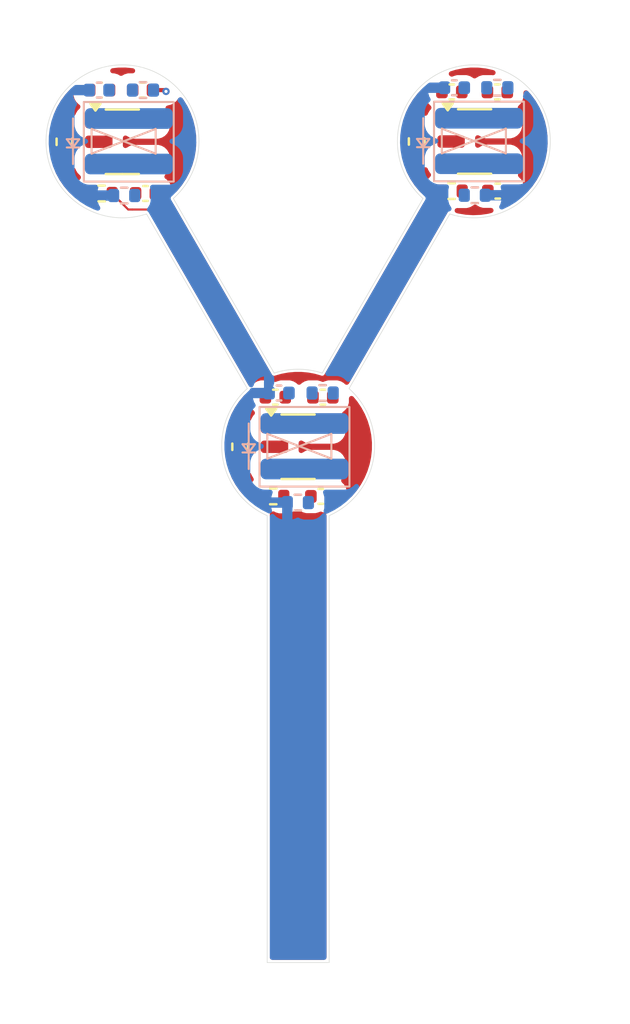
<source format=kicad_pcb>
(kicad_pcb (version 20240108) (generator "pcbnew") (generator_version "8.0")
  (layers (0 "F.Cu" signal) (31 "B.Cu" signal) (34 "B.Paste" user) (35 "F.Paste" user) (36 "B.SilkS" user "B.Silkscreen") (37 "F.SilkS" user "F.Silkscreen") (38 "B.Mask" user) (39 "F.Mask" user) (44 "Edge.Cuts" user))
  (net 0 "")
  (net 1 "GND")
  (net 2 "Net-(D1-K)")
  (net 3 "Net-(D1-A)")
  (net 4 "/sipm_tia1/V+")
  (net 5 "Net-(C3-Pad2)")
  (net 6 "/sipm_tia1/V-")
  (net 7 "Net-(D2-K)")
  (net 8 "Net-(D2-A)")
  (net 9 "Net-(C7-Pad2)")
  (net 10 "Net-(D3-K)")
  (net 11 "Net-(D3-A)")
  (net 12 "Net-(C11-Pad2)")
  (net 13 "/sipm_tia1/VBIAS")
  (net 14 "/sipm_tia2/VOUT")
  (net 15 "/sipm_tia1/VOUT")
  (net 16 "/sipm_tia3/VOUT")
  (footprint "Resistor_SMD:R_0402_1005Metric" (layer "F.Cu") (at 143.7 81.3 -90)
    (property "Reference" "R12" (hide yes))
    (property "Value" "1k")
    (fp_line (start -0.153641 0.38) (end 0.153641 0.38) (stroke (width 0.12)) (layer "F.SilkS"))
    (fp_line (start -0.153641 -0.38) (end 0.153641 -0.38) (stroke (width 0.12)) (layer "F.SilkS"))
    (pad "1" smd roundrect (at -0.51 0 270) (size 0.54 0.64) (layers "F.Cu" "F.Paste" "F.Mask") (net 12 "Net-(C11-Pad2)"))
    (pad "2" smd roundrect (at 0.51 0 270) (size 0.54 0.64) (layers "F.Cu" "F.Paste" "F.Mask") (net 16 "/sipm_tia3/VOUT"))
  )
  (footprint "Capacitor_SMD:C_0402_1005Metric" (layer "F.Cu") (at 138.9782 64.048 180)
    (property "Reference" "C2" (hide yes))
    (property "Value" "0.1uF")
    (fp_line (start -0.107836 0.36) (end 0.107836 0.36) (stroke (width 0.12)) (layer "F.SilkS"))
    (fp_line (start -0.107836 -0.36) (end 0.107836 -0.36) (stroke (width 0.12)) (layer "F.SilkS"))
    (pad "1" smd roundrect (at -0.48 0 180) (size 0.56 0.62) (layers "F.Cu" "F.Paste" "F.Mask") (net 4 "/sipm_tia1/V+"))
    (pad "2" smd roundrect (at 0.48 0 180) (size 0.56 0.62) (layers "F.Cu" "F.Paste" "F.Mask") (net 1 "GND"))
  )
  (footprint "Resistor_SMD:R_0402_1005Metric" (layer "F.Cu") (at 152.2416 66.5339 -90)
    (property "Reference" "R8" (hide yes))
    (property "Value" "1k")
    (fp_line (start -0.153641 0.38) (end 0.153641 0.38) (stroke (width 0.12)) (layer "F.SilkS"))
    (fp_line (start -0.153641 -0.38) (end 0.153641 -0.38) (stroke (width 0.12)) (layer "F.SilkS"))
    (pad "1" smd roundrect (at -0.51 0 270) (size 0.54 0.64) (layers "F.Cu" "F.Paste" "F.Mask") (net 9 "Net-(C7-Pad2)"))
    (pad "2" smd roundrect (at 0.51 0 270) (size 0.54 0.64) (layers "F.Cu" "F.Paste" "F.Mask") (net 14 "/sipm_tia2/VOUT"))
  )
  (footprint "Capacitor_SMD:C_0402_1005Metric" (layer "F.Cu") (at 136.8982 64.048)
    (property "Reference" "C4" (hide yes))
    (property "Value" "0.1uF")
    (fp_line (start -0.107836 -0.36) (end 0.107836 -0.36) (stroke (width 0.12)) (layer "F.SilkS"))
    (fp_line (start -0.107836 0.36) (end 0.107836 0.36) (stroke (width 0.12)) (layer "F.SilkS"))
    (pad "1" smd roundrect (at -0.48 0) (size 0.56 0.62) (layers "F.Cu" "F.Paste" "F.Mask") (net 6 "/sipm_tia1/V-"))
    (pad "2" smd roundrect (at 0.48 0) (size 0.56 0.62) (layers "F.Cu" "F.Paste" "F.Mask") (net 1 "GND"))
  )
  (footprint "Package_TO_SOT_SMD:SOT-23-5" (layer "F.Cu") (at 155.0416 66.5339)
    (property "Reference" "U2" (hide yes))
    (property "Value" "OPA810xDBV")
    (fp_line (start 0 -1.56) (end -0.8 -1.56) (stroke (width 0.12)) (layer "F.SilkS"))
    (fp_line (start 0 -1.56) (end 0.8 -1.56) (stroke (width 0.12)) (layer "F.SilkS"))
    (fp_line (start 0 1.56) (end -0.8 1.56) (stroke (width 0.12)) (layer "F.SilkS"))
    (fp_line (start 0 1.56) (end 0.8 1.56) (stroke (width 0.12)) (layer "F.SilkS"))
    (fp_poly (pts (xy -1.3 -1.51) (xy -1.54 -1.84) (xy -1.06 -1.84) (xy -1.3 -1.51)) (stroke (width 0.12)) (fill solid) (layer "F.SilkS"))
    (pad "1" smd roundrect (at -1.1375 -0.95) (size 1.325 0.6) (layers "F.Cu" "F.Paste" "F.Mask") (net 9 "Net-(C7-Pad2)"))
    (pad "2" smd roundrect (at -1.1375 0) (size 1.325 0.6) (layers "F.Cu" "F.Paste" "F.Mask") (net 6 "/sipm_tia1/V-"))
    (pad "3" smd roundrect (at -1.1375 0.95) (size 1.325 0.6) (layers "F.Cu" "F.Paste" "F.Mask") (net 1 "GND"))
    (pad "4" smd roundrect (at 1.1375 0.95) (size 1.325 0.6) (layers "F.Cu" "F.Paste" "F.Mask") (net 8 "Net-(D2-A)"))
    (pad "5" smd roundrect (at 1.1375 -0.95) (size 1.325 0.6) (layers "F.Cu" "F.Paste" "F.Mask") (net 4 "/sipm_tia1/V+"))
  )
  (footprint "Package_TO_SOT_SMD:SOT-23-5" (layer "F.Cu") (at 146.5 81.3)
    (property "Reference" "U3" (hide yes))
    (property "Value" "OPA810xDBV")
    (fp_line (start 0 -1.56) (end -0.8 -1.56) (stroke (width 0.12)) (layer "F.SilkS"))
    (fp_line (start 0 -1.56) (end 0.8 -1.56) (stroke (width 0.12)) (layer "F.SilkS"))
    (fp_line (start 0 1.56) (end -0.8 1.56) (stroke (width 0.12)) (layer "F.SilkS"))
    (fp_line (start 0 1.56) (end 0.8 1.56) (stroke (width 0.12)) (layer "F.SilkS"))
    (fp_poly (pts (xy -1.3 -1.51) (xy -1.54 -1.84) (xy -1.06 -1.84) (xy -1.3 -1.51)) (stroke (width 0.12)) (fill solid) (layer "F.SilkS"))
    (pad "1" smd roundrect (at -1.1375 -0.95) (size 1.325 0.6) (layers "F.Cu" "F.Paste" "F.Mask") (net 12 "Net-(C11-Pad2)"))
    (pad "2" smd roundrect (at -1.1375 0) (size 1.325 0.6) (layers "F.Cu" "F.Paste" "F.Mask") (net 6 "/sipm_tia1/V-"))
    (pad "3" smd roundrect (at -1.1375 0.95) (size 1.325 0.6) (layers "F.Cu" "F.Paste" "F.Mask") (net 1 "GND"))
    (pad "4" smd roundrect (at 1.1375 0.95) (size 1.325 0.6) (layers "F.Cu" "F.Paste" "F.Mask") (net 11 "Net-(D3-A)"))
    (pad "5" smd roundrect (at 1.1375 -0.95) (size 1.325 0.6) (layers "F.Cu" "F.Paste" "F.Mask") (net 4 "/sipm_tia1/V+"))
  )
  (footprint "Resistor_SMD:R_0402_1005Metric" (layer "F.Cu") (at 136.9982 69.048 180)
    (property "Reference" "R3" (hide yes))
    (property "Value" "1k")
    (fp_line (start -0.153641 0.38) (end 0.153641 0.38) (stroke (width 0.12)) (layer "F.SilkS"))
    (fp_line (start -0.153641 -0.38) (end 0.153641 -0.38) (stroke (width 0.12)) (layer "F.SilkS"))
    (pad "1" smd roundrect (at -0.51 0 180) (size 0.54 0.64) (layers "F.Cu" "F.Paste" "F.Mask") (net 3 "Net-(D1-A)"))
    (pad "2" smd roundrect (at 0.51 0 180) (size 0.54 0.64) (layers "F.Cu" "F.Paste" "F.Mask") (net 5 "Net-(C3-Pad2)"))
  )
  (footprint "Capacitor_SMD:C_0402_1005Metric" (layer "F.Cu") (at 156.1416 64.1339)
    (property "Reference" "C6" (hide yes))
    (property "Value" "0.1uF")
    (fp_line (start -0.107836 -0.36) (end 0.107836 -0.36) (stroke (width 0.12)) (layer "F.SilkS"))
    (fp_line (start -0.107836 0.36) (end 0.107836 0.36) (stroke (width 0.12)) (layer "F.SilkS"))
    (pad "1" smd roundrect (at -0.48 0) (size 0.56 0.62) (layers "F.Cu" "F.Paste" "F.Mask") (net 4 "/sipm_tia1/V+"))
    (pad "2" smd roundrect (at 0.48 0) (size 0.56 0.62) (layers "F.Cu" "F.Paste" "F.Mask") (net 1 "GND"))
  )
  (footprint "Capacitor_SMD:C_0402_1005Metric" (layer "F.Cu") (at 153.9416 64.1339)
    (property "Reference" "C8" (hide yes))
    (property "Value" "0.1uF")
    (fp_line (start -0.107836 -0.36) (end 0.107836 -0.36) (stroke (width 0.12)) (layer "F.SilkS"))
    (fp_line (start -0.107836 0.36) (end 0.107836 0.36) (stroke (width 0.12)) (layer "F.SilkS"))
    (pad "1" smd roundrect (at -0.48 0) (size 0.56 0.62) (layers "F.Cu" "F.Paste" "F.Mask") (net 6 "/sipm_tia1/V-"))
    (pad "2" smd roundrect (at 0.48 0) (size 0.56 0.62) (layers "F.Cu" "F.Paste" "F.Mask") (net 1 "GND"))
  )
  (footprint "Capacitor_SMD:C_0402_1005Metric" (layer "F.Cu") (at 147.6 83.7)
    (property "Reference" "C11" (hide yes))
    (property "Value" "0.1uF")
    (fp_line (start -0.107836 -0.36) (end 0.107836 -0.36) (stroke (width 0.12)) (layer "F.SilkS"))
    (fp_line (start -0.107836 0.36) (end 0.107836 0.36) (stroke (width 0.12)) (layer "F.SilkS"))
    (pad "1" smd roundrect (at -0.48 0) (size 0.56 0.62) (layers "F.Cu" "F.Paste" "F.Mask") (net 11 "Net-(D3-A)"))
    (pad "2" smd roundrect (at 0.48 0) (size 0.56 0.62) (layers "F.Cu" "F.Paste" "F.Mask") (net 12 "Net-(C11-Pad2)"))
  )
  (footprint "Capacitor_SMD:C_0402_1005Metric" (layer "F.Cu") (at 147.7 78.9)
    (property "Reference" "C10" (hide yes))
    (property "Value" "0.1uF")
    (fp_line (start -0.107836 -0.36) (end 0.107836 -0.36) (stroke (width 0.12)) (layer "F.SilkS"))
    (fp_line (start -0.107836 0.36) (end 0.107836 0.36) (stroke (width 0.12)) (layer "F.SilkS"))
    (pad "1" smd roundrect (at -0.48 0) (size 0.56 0.62) (layers "F.Cu" "F.Paste" "F.Mask") (net 4 "/sipm_tia1/V+"))
    (pad "2" smd roundrect (at 0.48 0) (size 0.56 0.62) (layers "F.Cu" "F.Paste" "F.Mask") (net 1 "GND"))
  )
  (footprint "Resistor_SMD:R_0402_1005Metric" (layer "F.Cu") (at 145.3 83.7)
    (property "Reference" "R11" (hide yes))
    (property "Value" "1k")
    (fp_line (start -0.153641 -0.38) (end 0.153641 -0.38) (stroke (width 0.12)) (layer "F.SilkS"))
    (fp_line (start -0.153641 0.38) (end 0.153641 0.38) (stroke (width 0.12)) (layer "F.SilkS"))
    (pad "1" smd roundrect (at -0.51 0) (size 0.54 0.64) (layers "F.Cu" "F.Paste" "F.Mask") (net 11 "Net-(D3-A)"))
    (pad "2" smd roundrect (at 0.51 0) (size 0.54 0.64) (layers "F.Cu" "F.Paste" "F.Mask") (net 12 "Net-(C11-Pad2)"))
  )
  (footprint "Capacitor_SMD:C_0402_1005Metric" (layer "F.Cu") (at 139.1182 69.048)
    (property "Reference" "C3" (hide yes))
    (property "Value" "0.1uF")
    (fp_line (start -0.107836 -0.36) (end 0.107836 -0.36) (stroke (width 0.12)) (layer "F.SilkS"))
    (fp_line (start -0.107836 0.36) (end 0.107836 0.36) (stroke (width 0.12)) (layer "F.SilkS"))
    (pad "1" smd roundrect (at -0.48 0) (size 0.56 0.62) (layers "F.Cu" "F.Paste" "F.Mask") (net 3 "Net-(D1-A)"))
    (pad "2" smd roundrect (at 0.48 0) (size 0.56 0.62) (layers "F.Cu" "F.Paste" "F.Mask") (net 5 "Net-(C3-Pad2)"))
  )
  (footprint "Resistor_SMD:R_0402_1005Metric" (layer "F.Cu") (at 153.9316 68.9339)
    (property "Reference" "R7" (hide yes))
    (property "Value" "1k")
    (fp_line (start -0.153641 -0.38) (end 0.153641 -0.38) (stroke (width 0.12)) (layer "F.SilkS"))
    (fp_line (start -0.153641 0.38) (end 0.153641 0.38) (stroke (width 0.12)) (layer "F.SilkS"))
    (pad "1" smd roundrect (at -0.51 0) (size 0.54 0.64) (layers "F.Cu" "F.Paste" "F.Mask") (net 8 "Net-(D2-A)"))
    (pad "2" smd roundrect (at 0.51 0) (size 0.54 0.64) (layers "F.Cu" "F.Paste" "F.Mask") (net 9 "Net-(C7-Pad2)"))
  )
  (footprint "Capacitor_SMD:C_0402_1005Metric" (layer "F.Cu") (at 156.1616 68.9339)
    (property "Reference" "C7" (hide yes))
    (property "Value" "0.1uF")
    (fp_line (start -0.107836 -0.36) (end 0.107836 -0.36) (stroke (width 0.12)) (layer "F.SilkS"))
    (fp_line (start -0.107836 0.36) (end 0.107836 0.36) (stroke (width 0.12)) (layer "F.SilkS"))
    (pad "1" smd roundrect (at -0.48 0) (size 0.56 0.62) (layers "F.Cu" "F.Paste" "F.Mask") (net 8 "Net-(D2-A)"))
    (pad "2" smd roundrect (at 0.48 0) (size 0.56 0.62) (layers "F.Cu" "F.Paste" "F.Mask") (net 9 "Net-(C7-Pad2)"))
  )
  (footprint "Capacitor_SMD:C_0402_1005Metric" (layer "F.Cu") (at 145.4 78.9)
    (property "Reference" "C12" (hide yes))
    (property "Value" "0.1uF")
    (fp_line (start -0.107836 -0.36) (end 0.107836 -0.36) (stroke (width 0.12)) (layer "F.SilkS"))
    (fp_line (start -0.107836 0.36) (end 0.107836 0.36) (stroke (width 0.12)) (layer "F.SilkS"))
    (pad "1" smd roundrect (at -0.48 0) (size 0.56 0.62) (layers "F.Cu" "F.Paste" "F.Mask") (net 6 "/sipm_tia1/V-"))
    (pad "2" smd roundrect (at 0.48 0) (size 0.56 0.62) (layers "F.Cu" "F.Paste" "F.Mask") (net 1 "GND"))
  )
  (footprint "Resistor_SMD:R_0402_1005Metric" (layer "F.Cu") (at 135.1982 66.548 -90)
    (property "Reference" "R4" (hide yes))
    (property "Value" "1k")
    (fp_line (start -0.153641 0.38) (end 0.153641 0.38) (stroke (width 0.12)) (layer "F.SilkS"))
    (fp_line (start -0.153641 -0.38) (end 0.153641 -0.38) (stroke (width 0.12)) (layer "F.SilkS"))
    (pad "1" smd roundrect (at -0.51 0 270) (size 0.54 0.64) (layers "F.Cu" "F.Paste" "F.Mask") (net 5 "Net-(C3-Pad2)"))
    (pad "2" smd roundrect (at 0.51 0 270) (size 0.54 0.64) (layers "F.Cu" "F.Paste" "F.Mask") (net 15 "/sipm_tia1/VOUT"))
  )
  (footprint "Package_TO_SOT_SMD:SOT-23-5" (layer "F.Cu") (at 137.9982 66.548)
    (property "Reference" "U1" (hide yes))
    (property "Value" "OPA810xDBV")
    (fp_line (start 0 -1.56) (end -0.8 -1.56) (stroke (width 0.12)) (layer "F.SilkS"))
    (fp_line (start 0 -1.56) (end 0.8 -1.56) (stroke (width 0.12)) (layer "F.SilkS"))
    (fp_line (start 0 1.56) (end -0.8 1.56) (stroke (width 0.12)) (layer "F.SilkS"))
    (fp_line (start 0 1.56) (end 0.8 1.56) (stroke (width 0.12)) (layer "F.SilkS"))
    (fp_poly (pts (xy -1.3 -1.51) (xy -1.54 -1.84) (xy -1.06 -1.84) (xy -1.3 -1.51)) (stroke (width 0.12)) (fill solid) (layer "F.SilkS"))
    (pad "1" smd roundrect (at -1.1375 -0.95) (size 1.325 0.6) (layers "F.Cu" "F.Paste" "F.Mask") (net 5 "Net-(C3-Pad2)"))
    (pad "2" smd roundrect (at -1.1375 0) (size 1.325 0.6) (layers "F.Cu" "F.Paste" "F.Mask") (net 6 "/sipm_tia1/V-"))
    (pad "3" smd roundrect (at -1.1375 0.95) (size 1.325 0.6) (layers "F.Cu" "F.Paste" "F.Mask") (net 1 "GND"))
    (pad "4" smd roundrect (at 1.1375 0.95) (size 1.325 0.6) (layers "F.Cu" "F.Paste" "F.Mask") (net 3 "Net-(D1-A)"))
    (pad "5" smd roundrect (at 1.1375 -0.95) (size 1.325 0.6) (layers "F.Cu" "F.Paste" "F.Mask") (net 4 "/sipm_tia1/V+"))
  )
  (footprint "my_sipm:s13360-3050pe" (layer "B.Cu") (at 155.2541 65.4089 180)
    (property "Reference" "D2" (hide yes))
    (property "Value" "S13360-3050PE")
    (fp_line (start 3 -1) (end 2.4 -1) (stroke (width 0.1)) (layer "B.SilkS"))
    (fp_line (start 3 -1.4) (end 2.4 -1.4) (stroke (width 0.1)) (layer "B.SilkS"))
    (fp_line (start 2.7 -1.4) (end 3 -1) (stroke (width 0.1)) (layer "B.SilkS"))
    (fp_line (start 2.7 -2.2) (end 2.7 0) (stroke (width 0.1)) (layer "B.SilkS"))
    (fp_line (start 2.4 -1) (end 2.7 -1.4) (stroke (width 0.1)) (layer "B.SilkS"))
    (fp_line (start 1.8 -1.7) (end 1.8 -0.5) (stroke (width 0.1)) (layer "B.SilkS"))
    (fp_line (start 1.8 -1.7) (end -1.3 -0.5) (stroke (width 0.1)) (layer "B.SilkS"))
    (fp_line (start -1.3 -1.7) (end 1.8 -0.5) (stroke (width 0.1)) (layer "B.SilkS"))
    (fp_line (start -1.3 -1.7) (end -1.3 -0.5) (stroke (width 0.1)) (layer "B.SilkS"))
    (fp_rect (start -2.175 0.8) (end 2.175 -3.05) (stroke (width 0.1)) (fill none) (layer "B.SilkS"))
    (pad "1" smd roundrect (at 0 0 180) (size 4.25 1) (layers "B.Cu" "B.Paste" "B.Mask") (net 7 "Net-(D2-K)"))
    (pad "2" smd roundrect (at 0 -2.2 180) (size 4.25 1) (layers "B.Cu" "B.Paste" "B.Mask") (net 8 "Net-(D2-A)"))
  )
  (footprint "Capacitor_SMD:C_0402_1005Metric" (layer "B.Cu") (at 136.8782 64.048 180)
    (property "Reference" "C1" (hide yes))
    (property "Value" "0.1uF")
    (fp_line (start 0.107836 0.36) (end -0.107836 0.36) (stroke (width 0.12)) (layer "B.SilkS"))
    (fp_line (start 0.107836 -0.36) (end -0.107836 -0.36) (stroke (width 0.12)) (layer "B.SilkS"))
    (pad "1" smd roundrect (at -0.48 0 180) (size 0.56 0.62) (layers "B.Cu" "B.Paste" "B.Mask") (net 2 "Net-(D1-K)"))
    (pad "2" smd roundrect (at 0.48 0 180) (size 0.56 0.62) (layers "B.Cu" "B.Paste" "B.Mask") (net 1 "GND"))
  )
  (footprint "Resistor_SMD:R_0402_1005Metric" (layer "B.Cu") (at 146.49 84)
    (property "Reference" "R10" (hide yes))
    (property "Value" "1k")
    (fp_line (start 0.153641 -0.38) (end -0.153641 -0.38) (stroke (width 0.12)) (layer "B.SilkS"))
    (fp_line (start 0.153641 0.38) (end -0.153641 0.38) (stroke (width 0.12)) (layer "B.SilkS"))
    (pad "1" smd roundrect (at -0.51 0) (size 0.54 0.64) (layers "B.Cu" "B.Paste" "B.Mask") (net 1 "GND"))
    (pad "2" smd roundrect (at 0.51 0) (size 0.54 0.64) (layers "B.Cu" "B.Paste" "B.Mask") (net 11 "Net-(D3-A)"))
  )
  (footprint "Resistor_SMD:R_0402_1005Metric" (layer "B.Cu") (at 156.1416 63.9339)
    (property "Reference" "R5" (hide yes))
    (property "Value" "1k")
    (fp_line (start 0.153641 -0.38) (end -0.153641 -0.38) (stroke (width 0.12)) (layer "B.SilkS"))
    (fp_line (start 0.153641 0.38) (end -0.153641 0.38) (stroke (width 0.12)) (layer "B.SilkS"))
    (pad "1" smd roundrect (at -0.51 0) (size 0.54 0.64) (layers "B.Cu" "B.Paste" "B.Mask") (net 13 "/sipm_tia1/VBIAS"))
    (pad "2" smd roundrect (at 0.51 0) (size 0.54 0.64) (layers "B.Cu" "B.Paste" "B.Mask") (net 7 "Net-(D2-K)"))
  )
  (footprint "Resistor_SMD:R_0402_1005Metric" (layer "B.Cu") (at 138.0882 69.148)
    (property "Reference" "R2" (hide yes))
    (property "Value" "1k")
    (fp_line (start 0.153641 -0.38) (end -0.153641 -0.38) (stroke (width 0.12)) (layer "B.SilkS"))
    (fp_line (start 0.153641 0.38) (end -0.153641 0.38) (stroke (width 0.12)) (layer "B.SilkS"))
    (pad "1" smd roundrect (at -0.51 0) (size 0.54 0.64) (layers "B.Cu" "B.Paste" "B.Mask") (net 1 "GND"))
    (pad "2" smd roundrect (at 0.51 0) (size 0.54 0.64) (layers "B.Cu" "B.Paste" "B.Mask") (net 3 "Net-(D1-A)"))
  )
  (footprint "my_sipm:s13360-3050pe" (layer "B.Cu") (at 146.8125 80.175 180)
    (property "Reference" "D3" (hide yes))
    (property "Value" "S13360-3050PE")
    (fp_line (start 3 -1) (end 2.4 -1) (stroke (width 0.1)) (layer "B.SilkS"))
    (fp_line (start 3 -1.4) (end 2.4 -1.4) (stroke (width 0.1)) (layer "B.SilkS"))
    (fp_line (start 2.7 -1.4) (end 3 -1) (stroke (width 0.1)) (layer "B.SilkS"))
    (fp_line (start 2.7 -2.2) (end 2.7 0) (stroke (width 0.1)) (layer "B.SilkS"))
    (fp_line (start 2.4 -1) (end 2.7 -1.4) (stroke (width 0.1)) (layer "B.SilkS"))
    (fp_line (start 1.8 -1.7) (end 1.8 -0.5) (stroke (width 0.1)) (layer "B.SilkS"))
    (fp_line (start 1.8 -1.7) (end -1.3 -0.5) (stroke (width 0.1)) (layer "B.SilkS"))
    (fp_line (start -1.3 -1.7) (end 1.8 -0.5) (stroke (width 0.1)) (layer "B.SilkS"))
    (fp_line (start -1.3 -1.7) (end -1.3 -0.5) (stroke (width 0.1)) (layer "B.SilkS"))
    (fp_rect (start -2.175 0.8) (end 2.175 -3.05) (stroke (width 0.1)) (fill none) (layer "B.SilkS"))
    (pad "1" smd roundrect (at 0 0 180) (size 4.25 1) (layers "B.Cu" "B.Paste" "B.Mask") (net 10 "Net-(D3-K)"))
    (pad "2" smd roundrect (at 0 -2.2 180) (size 4.25 1) (layers "B.Cu" "B.Paste" "B.Mask") (net 11 "Net-(D3-A)"))
  )
  (footprint "my_sipm:s13360-3050pe" (layer "B.Cu") (at 138.3107 65.423 180)
    (property "Reference" "D1" (hide yes))
    (property "Value" "S13360-3050PE")
    (fp_line (start 3 -1) (end 2.4 -1) (stroke (width 0.1)) (layer "B.SilkS"))
    (fp_line (start 3 -1.4) (end 2.4 -1.4) (stroke (width 0.1)) (layer "B.SilkS"))
    (fp_line (start 2.7 -1.4) (end 3 -1) (stroke (width 0.1)) (layer "B.SilkS"))
    (fp_line (start 2.7 -2.2) (end 2.7 0) (stroke (width 0.1)) (layer "B.SilkS"))
    (fp_line (start 2.4 -1) (end 2.7 -1.4) (stroke (width 0.1)) (layer "B.SilkS"))
    (fp_line (start 1.8 -1.7) (end 1.8 -0.5) (stroke (width 0.1)) (layer "B.SilkS"))
    (fp_line (start 1.8 -1.7) (end -1.3 -0.5) (stroke (width 0.1)) (layer "B.SilkS"))
    (fp_line (start -1.3 -1.7) (end 1.8 -0.5) (stroke (width 0.1)) (layer "B.SilkS"))
    (fp_line (start -1.3 -1.7) (end -1.3 -0.5) (stroke (width 0.1)) (layer "B.SilkS"))
    (fp_rect (start -2.175 0.8) (end 2.175 -3.05) (stroke (width 0.1)) (fill none) (layer "B.SilkS"))
    (pad "1" smd roundrect (at 0 0 180) (size 4.25 1) (layers "B.Cu" "B.Paste" "B.Mask") (net 2 "Net-(D1-K)"))
    (pad "2" smd roundrect (at 0 -2.2 180) (size 4.25 1) (layers "B.Cu" "B.Paste" "B.Mask") (net 3 "Net-(D1-A)"))
  )
  (footprint "Resistor_SMD:R_0402_1005Metric" (layer "B.Cu") (at 147.69 78.7)
    (property "Reference" "R9" (hide yes))
    (property "Value" "1k")
    (fp_line (start 0.153641 -0.38) (end -0.153641 -0.38) (stroke (width 0.12)) (layer "B.SilkS"))
    (fp_line (start 0.153641 0.38) (end -0.153641 0.38) (stroke (width 0.12)) (layer "B.SilkS"))
    (pad "1" smd roundrect (at -0.51 0) (size 0.54 0.64) (layers "B.Cu" "B.Paste" "B.Mask") (net 13 "/sipm_tia1/VBIAS"))
    (pad "2" smd roundrect (at 0.51 0) (size 0.54 0.64) (layers "B.Cu" "B.Paste" "B.Mask") (net 10 "Net-(D3-K)"))
  )
  (footprint "Resistor_SMD:R_0402_1005Metric" (layer "B.Cu") (at 155.0516 69.1339 180)
    (property "Reference" "R6" (hide yes))
    (property "Value" "1k")
    (fp_line (start 0.153641 0.38) (end -0.153641 0.38) (stroke (width 0.12)) (layer "B.SilkS"))
    (fp_line (start 0.153641 -0.38) (end -0.153641 -0.38) (stroke (width 0.12)) (layer "B.SilkS"))
    (pad "1" smd roundrect (at -0.51 0 180) (size 0.54 0.64) (layers "B.Cu" "B.Paste" "B.Mask") (net 1 "GND"))
    (pad "2" smd roundrect (at 0.51 0 180) (size 0.54 0.64) (layers "B.Cu" "B.Paste" "B.Mask") (net 8 "Net-(D2-A)"))
  )
  (footprint "Resistor_SMD:R_0402_1005Metric" (layer "B.Cu") (at 138.9982 64.048 180)
    (property "Reference" "R1" (hide yes))
    (property "Value" "1k")
    (fp_line (start 0.153641 0.38) (end -0.153641 0.38) (stroke (width 0.12)) (layer "B.SilkS"))
    (fp_line (start 0.153641 -0.38) (end -0.153641 -0.38) (stroke (width 0.12)) (layer "B.SilkS"))
    (pad "1" smd roundrect (at -0.51 0 180) (size 0.54 0.64) (layers "B.Cu" "B.Paste" "B.Mask") (net 13 "/sipm_tia1/VBIAS"))
    (pad "2" smd roundrect (at 0.51 0 180) (size 0.54 0.64) (layers "B.Cu" "B.Paste" "B.Mask") (net 2 "Net-(D1-K)"))
  )
  (footprint "Capacitor_SMD:C_0402_1005Metric" (layer "B.Cu") (at 145.58 78.7 180)
    (property "Reference" "C9" (hide yes))
    (property "Value" "0.1uF")
    (fp_line (start 0.107836 0.36) (end -0.107836 0.36) (stroke (width 0.12)) (layer "B.SilkS"))
    (fp_line (start 0.107836 -0.36) (end -0.107836 -0.36) (stroke (width 0.12)) (layer "B.SilkS"))
    (pad "1" smd roundrect (at -0.48 0 180) (size 0.56 0.62) (layers "B.Cu" "B.Paste" "B.Mask") (net 10 "Net-(D3-K)"))
    (pad "2" smd roundrect (at 0.48 0 180) (size 0.56 0.62) (layers "B.Cu" "B.Paste" "B.Mask") (net 1 "GND"))
  )
  (footprint "Capacitor_SMD:C_0402_1005Metric" (layer "B.Cu") (at 154.0616 63.9339 180)
    (property "Reference" "C5" (hide yes))
    (property "Value" "0.1uF")
    (fp_line (start 0.107836 0.36) (end -0.107836 0.36) (stroke (width 0.12)) (layer "B.SilkS"))
    (fp_line (start 0.107836 -0.36) (end -0.107836 -0.36) (stroke (width 0.12)) (layer "B.SilkS"))
    (pad "1" smd roundrect (at -0.48 0 180) (size 0.56 0.62) (layers "B.Cu" "B.Paste" "B.Mask") (net 7 "Net-(D2-K)"))
    (pad "2" smd roundrect (at 0.48 0 180) (size 0.56 0.62) (layers "B.Cu" "B.Paste" "B.Mask") (net 1 "GND"))
  )
  (gr_line (start 148.966949 78.485457) (end 153.843724 70.038882) (stroke (width 0.0254)) (layer "Edge.Cuts"))
  (gr_line (start 147.667919 77.735443) (end 152.544695 69.288866) (stroke (width 0.0254)) (layer "Edge.Cuts"))
  (gr_line (start 145.0058 84.630507) (end 145.0058 106.2482) (stroke (width 0.0254)) (layer "Edge.Cuts"))
  (gr_line (start 140.466906 69.288867) (end 145.343681 77.735442) (stroke (width 0.0254)) (layer "Edge.Cuts"))
  (gr_arc (start 145.343681 77.735442) (mid 146.5058 77.548201) (end 147.667919 77.735443) (stroke (width 0.0254)) (layer "Edge.Cuts"))
  (gr_arc (start 139.167876 70.038883) (mid 136.155711 63.321846) (end 140.466906 69.288867) (stroke (width 0.0254)) (layer "Edge.Cuts"))
  (gr_arc (start 148.966949 78.485457) (mid 150.161355 81.819966) (end 148.0058 84.630507) (stroke (width 0.0254)) (layer "Edge.Cuts"))
  (gr_arc (start 145.0058 84.630507) (mid 142.850247 81.819966) (end 144.044652 78.485458) (stroke (width 0.0254)) (layer "Edge.Cuts"))
  (gr_line (start 139.167876 70.038883) (end 144.044652 78.485458) (stroke (width 0.0254)) (layer "Edge.Cuts"))
  (gr_line (start 148.0058 84.630507) (end 148.0058 106.2482) (stroke (width 0.0254)) (layer "Edge.Cuts"))
  (gr_line (start 148.0058 106.2482) (end 145.0058 106.2482) (stroke (width 0.0254)) (layer "Edge.Cuts"))
  (gr_arc (start 152.544695 69.288866) (mid 156.855881 63.321852) (end 153.843724 70.038882) (stroke (width 0.0254)) (layer "Edge.Cuts"))
  (segment (start 138.2848 69.8246) (end 138.4808 69.8246) (width 0.1016) (layer "F.Cu") (net 3))
  (segment (start 138.4808 69.8246) (end 139.2428 69.8246) (width 0.1016) (layer "F.Cu") (net 3))
  (segment (start 139.2428 69.8246) (end 139.5984 70.1802) (width 0.1016) (layer "F.Cu") (net 3))
  (segment (start 137.5082 69.048) (end 138.2848 69.8246) (width 0.1016) (layer "F.Cu") (net 3))
  (segment (start 139.4582 64.048) (end 140.0472 64.048) (width 0.2) (layer "F.Cu") (net 4))
  (segment (start 140.0472 64.048) (end 140.1112 64.112) (width 0.2) (layer "F.Cu") (net 4))
  (via (at 140.1112 64.112) (size 0.3556) (drill 0.1524) (layers "F.Cu" "B.Cu") (net 4))
  (zone (net 13) (net_name "/sipm_tia1/VBIAS") (layer "F.Cu") (priority 1) (connect_pads (clearance 0.5)) (min_thickness 0.25) (fill yes (thermal_gap 0.5) (thermal_bridge_width 0.5))
    (polygon (pts (xy 161.29 60.96) (xy 133.35 60.96) (xy 133.35 107.95) (xy 161.29 107.95)))
  )
  (zone (net 1) (net_name "GND") (layer "B.Cu") (connect_pads (clearance 0.5)) (min_thickness 0.25) (fill yes (thermal_gap 0.5) (thermal_bridge_width 0.5))
    (polygon (pts (xy 132.08 59.69) (xy 162.56 59.69) (xy 162.56 109.22) (xy 132.08 109.22)))
  )
)
</source>
